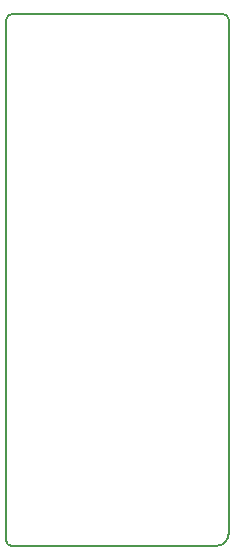
<source format=gm1>
G04 #@! TF.GenerationSoftware,KiCad,Pcbnew,(5.1.9)-1*
G04 #@! TF.CreationDate,2023-01-31T22:09:02+01:00*
G04 #@! TF.ProjectId,Stlink,53746c69-6e6b-42e6-9b69-6361645f7063,rev?*
G04 #@! TF.SameCoordinates,PXd59f80PY14fb180*
G04 #@! TF.FileFunction,Profile,NP*
%FSLAX46Y46*%
G04 Gerber Fmt 4.6, Leading zero omitted, Abs format (unit mm)*
G04 Created by KiCad (PCBNEW (5.1.9)-1) date 2023-01-31 22:09:02*
%MOMM*%
%LPD*%
G01*
G04 APERTURE LIST*
G04 #@! TA.AperFunction,Profile*
%ADD10C,0.150000*%
G04 #@! TD*
G04 APERTURE END LIST*
D10*
X18400000Y0D02*
G75*
G02*
X18800000Y-400000I0J-400000D01*
G01*
X0Y-400000D02*
G75*
G02*
X400000Y0I400000J0D01*
G01*
X400000Y-45000000D02*
G75*
G02*
X0Y-44600000I0J400000D01*
G01*
X18800000Y-44000000D02*
X18800000Y-400000D01*
X17800000Y-45000000D02*
G75*
G03*
X18800000Y-44000000I0J1000000D01*
G01*
X0Y-44600000D02*
X0Y-400000D01*
X400000Y0D02*
X18400000Y0D01*
X400000Y-45000000D02*
X17800000Y-45000000D01*
M02*

</source>
